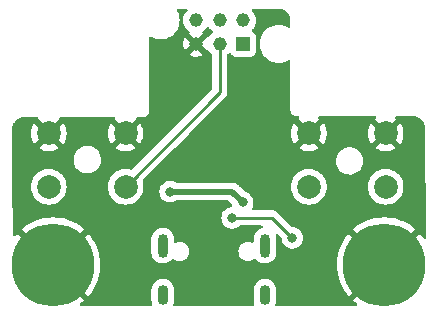
<source format=gbl>
G04 #@! TF.GenerationSoftware,KiCad,Pcbnew,(6.0.10)*
G04 #@! TF.CreationDate,2023-07-05T14:15:12+02:00*
G04 #@! TF.ProjectId,USB-Tag,5553422d-5461-4672-9e6b-696361645f70,rev?*
G04 #@! TF.SameCoordinates,Original*
G04 #@! TF.FileFunction,Copper,L2,Bot*
G04 #@! TF.FilePolarity,Positive*
%FSLAX46Y46*%
G04 Gerber Fmt 4.6, Leading zero omitted, Abs format (unit mm)*
G04 Created by KiCad (PCBNEW (6.0.10)) date 2023-07-05 14:15:12*
%MOMM*%
%LPD*%
G01*
G04 APERTURE LIST*
G04 #@! TA.AperFunction,ComponentPad*
%ADD10O,0.900000X2.000000*%
G04 #@! TD*
G04 #@! TA.AperFunction,ComponentPad*
%ADD11O,0.900000X1.700000*%
G04 #@! TD*
G04 #@! TA.AperFunction,ComponentPad*
%ADD12C,2.000000*%
G04 #@! TD*
G04 #@! TA.AperFunction,ComponentPad*
%ADD13C,0.800000*%
G04 #@! TD*
G04 #@! TA.AperFunction,ComponentPad*
%ADD14C,7.000000*%
G04 #@! TD*
G04 #@! TA.AperFunction,ComponentPad*
%ADD15R,1.150000X1.150000*%
G04 #@! TD*
G04 #@! TA.AperFunction,ComponentPad*
%ADD16C,1.150000*%
G04 #@! TD*
G04 #@! TA.AperFunction,ViaPad*
%ADD17C,0.800000*%
G04 #@! TD*
G04 #@! TA.AperFunction,Conductor*
%ADD18C,0.250000*%
G04 #@! TD*
G04 #@! TA.AperFunction,Conductor*
%ADD19C,0.500000*%
G04 #@! TD*
G04 APERTURE END LIST*
D10*
X138375000Y-103180000D03*
X147025000Y-103180000D03*
D11*
X138375000Y-107350000D03*
X147025000Y-107350000D03*
D12*
X135228400Y-93685800D03*
X128728400Y-93685800D03*
X135228400Y-98185800D03*
X128728400Y-98185800D03*
D13*
X130938955Y-102943845D03*
X127226645Y-102943845D03*
X129082800Y-102175000D03*
X126457800Y-104800000D03*
X129082800Y-107425000D03*
D14*
X129082800Y-104800000D03*
D13*
X130938955Y-106656155D03*
X131707800Y-104800000D03*
X127226645Y-106656155D03*
X157124400Y-102175000D03*
X154499400Y-104800000D03*
X159749400Y-104800000D03*
X158980555Y-102943845D03*
X158980555Y-106656155D03*
X157124400Y-107425000D03*
D14*
X157124400Y-104800000D03*
D13*
X155268245Y-106656155D03*
X155268245Y-102943845D03*
D12*
X150750000Y-93685800D03*
X157250000Y-93685800D03*
X157250000Y-98185800D03*
X150750000Y-98185800D03*
D15*
X145200000Y-86100000D03*
D16*
X145200000Y-84100000D03*
X143200000Y-86100000D03*
X143200000Y-84100000D03*
X141200000Y-86100000D03*
X141200000Y-84100000D03*
D17*
X139000000Y-98600000D03*
X145150000Y-99500000D03*
X144250500Y-100822460D03*
X149347550Y-102527049D03*
X145500000Y-94250000D03*
D18*
X144250500Y-100822460D02*
X147642961Y-100822460D01*
X147642961Y-100822460D02*
X149347550Y-102527049D01*
D19*
X139000000Y-98600000D02*
X144250000Y-98600000D01*
X144250000Y-98600000D02*
X145150000Y-99500000D01*
D18*
X143200000Y-86100000D02*
X143200000Y-90214200D01*
X143200000Y-90214200D02*
X135228400Y-98185800D01*
G04 #@! TA.AperFunction,Conductor*
G36*
X140420524Y-83128502D02*
G01*
X140467017Y-83182158D01*
X140477121Y-83252432D01*
X140447627Y-83317012D01*
X140435481Y-83329231D01*
X140410690Y-83350972D01*
X140407118Y-83355503D01*
X140328777Y-83454878D01*
X140287407Y-83507355D01*
X140194688Y-83683586D01*
X140135637Y-83873763D01*
X140112231Y-84071516D01*
X140125255Y-84270223D01*
X140174272Y-84463229D01*
X140257641Y-84644071D01*
X140260974Y-84648787D01*
X140308709Y-84716330D01*
X140372570Y-84806692D01*
X140515210Y-84945645D01*
X140520014Y-84948855D01*
X140602432Y-85003925D01*
X140647960Y-85058402D01*
X140656808Y-85128845D01*
X140643946Y-85155162D01*
X140640343Y-85175269D01*
X140644513Y-85185303D01*
X141187188Y-85727978D01*
X141201132Y-85735592D01*
X141202965Y-85735461D01*
X141209580Y-85731210D01*
X141752155Y-85188635D01*
X141759769Y-85174691D01*
X141759100Y-85165330D01*
X141742595Y-85121079D01*
X141757686Y-85051705D01*
X141806704Y-85002157D01*
X141811291Y-84999588D01*
X141816330Y-84996766D01*
X141856299Y-84963525D01*
X141965001Y-84873119D01*
X141969433Y-84869433D01*
X142096766Y-84716330D01*
X142098892Y-84712534D01*
X142153598Y-84668013D01*
X142224150Y-84660084D01*
X142287790Y-84691557D01*
X142305270Y-84711465D01*
X142372570Y-84806692D01*
X142515210Y-84945645D01*
X142520014Y-84948855D01*
X142587403Y-84993883D01*
X142632931Y-85048360D01*
X142641779Y-85118803D01*
X142611137Y-85182847D01*
X142581827Y-85206931D01*
X142560406Y-85219675D01*
X142410690Y-85350972D01*
X142407118Y-85355503D01*
X142291549Y-85502101D01*
X142233668Y-85543214D01*
X142162747Y-85546508D01*
X142160589Y-85545237D01*
X142160462Y-85545722D01*
X142127567Y-85537117D01*
X142119442Y-85539768D01*
X141572022Y-86087188D01*
X141564408Y-86101132D01*
X141564539Y-86102965D01*
X141568790Y-86109580D01*
X142111866Y-86652656D01*
X142125810Y-86660270D01*
X142132671Y-86659780D01*
X142181431Y-86641593D01*
X142250805Y-86656684D01*
X142293317Y-86694552D01*
X142311102Y-86719717D01*
X142372570Y-86806692D01*
X142515210Y-86945645D01*
X142519835Y-86948735D01*
X142560146Y-87007091D01*
X142566500Y-87046597D01*
X142566500Y-89899606D01*
X142546498Y-89967727D01*
X142529595Y-89988701D01*
X135806859Y-96711436D01*
X135744547Y-96745462D01*
X135688351Y-96744860D01*
X135635504Y-96732173D01*
X135469924Y-96692420D01*
X135469918Y-96692419D01*
X135465111Y-96691265D01*
X135228400Y-96672635D01*
X134991689Y-96691265D01*
X134986882Y-96692419D01*
X134986876Y-96692420D01*
X134845408Y-96726384D01*
X134760806Y-96746695D01*
X134756235Y-96748588D01*
X134756233Y-96748589D01*
X134546011Y-96835665D01*
X134546007Y-96835667D01*
X134541437Y-96837560D01*
X134537217Y-96840146D01*
X134343198Y-96959041D01*
X134343192Y-96959045D01*
X134338984Y-96961624D01*
X134158431Y-97115831D01*
X134155223Y-97119587D01*
X134137432Y-97140418D01*
X134004224Y-97296384D01*
X134001645Y-97300592D01*
X134001641Y-97300598D01*
X133882746Y-97494617D01*
X133880160Y-97498837D01*
X133878267Y-97503407D01*
X133878265Y-97503411D01*
X133791189Y-97713633D01*
X133789295Y-97718206D01*
X133770040Y-97798409D01*
X133741000Y-97919371D01*
X133733865Y-97949089D01*
X133715235Y-98185800D01*
X133733865Y-98422511D01*
X133789295Y-98653394D01*
X133791188Y-98657965D01*
X133791189Y-98657967D01*
X133858775Y-98821134D01*
X133880160Y-98872763D01*
X133882746Y-98876983D01*
X134001641Y-99071002D01*
X134001645Y-99071008D01*
X134004224Y-99075216D01*
X134158431Y-99255769D01*
X134338984Y-99409976D01*
X134343192Y-99412555D01*
X134343198Y-99412559D01*
X134537217Y-99531454D01*
X134541437Y-99534040D01*
X134546007Y-99535933D01*
X134546011Y-99535935D01*
X134756233Y-99623011D01*
X134760806Y-99624905D01*
X134841009Y-99644160D01*
X134986876Y-99679180D01*
X134986882Y-99679181D01*
X134991689Y-99680335D01*
X135228400Y-99698965D01*
X135465111Y-99680335D01*
X135469918Y-99679181D01*
X135469924Y-99679180D01*
X135615791Y-99644160D01*
X135695994Y-99624905D01*
X135700567Y-99623011D01*
X135910789Y-99535935D01*
X135910793Y-99535933D01*
X135915363Y-99534040D01*
X135919583Y-99531454D01*
X136113602Y-99412559D01*
X136113608Y-99412555D01*
X136117816Y-99409976D01*
X136298369Y-99255769D01*
X136452576Y-99075216D01*
X136455155Y-99071008D01*
X136455159Y-99071002D01*
X136574054Y-98876983D01*
X136576640Y-98872763D01*
X136598026Y-98821134D01*
X136665611Y-98657967D01*
X136665612Y-98657965D01*
X136667505Y-98653394D01*
X136680324Y-98600000D01*
X138086496Y-98600000D01*
X138087186Y-98606565D01*
X138092589Y-98657967D01*
X138106458Y-98789928D01*
X138165473Y-98971556D01*
X138260960Y-99136944D01*
X138388747Y-99278866D01*
X138487843Y-99350864D01*
X138537904Y-99387235D01*
X138543248Y-99391118D01*
X138549276Y-99393802D01*
X138549278Y-99393803D01*
X138711681Y-99466109D01*
X138717712Y-99468794D01*
X138811112Y-99488647D01*
X138898056Y-99507128D01*
X138898061Y-99507128D01*
X138904513Y-99508500D01*
X139095487Y-99508500D01*
X139101939Y-99507128D01*
X139101944Y-99507128D01*
X139188888Y-99488647D01*
X139282288Y-99468794D01*
X139288319Y-99466109D01*
X139450722Y-99393803D01*
X139450724Y-99393802D01*
X139456752Y-99391118D01*
X139462091Y-99387239D01*
X139462098Y-99387235D01*
X139468528Y-99382563D01*
X139542587Y-99358500D01*
X143883629Y-99358500D01*
X143951750Y-99378502D01*
X143972724Y-99395405D01*
X144229875Y-99652556D01*
X144260612Y-99702712D01*
X144275660Y-99749025D01*
X144277688Y-99819991D01*
X144241026Y-99880789D01*
X144177314Y-99912114D01*
X144168143Y-99912902D01*
X144168182Y-99913270D01*
X144161615Y-99913960D01*
X144155013Y-99913960D01*
X144148561Y-99915332D01*
X144148556Y-99915332D01*
X144061613Y-99933813D01*
X143968212Y-99953666D01*
X143962182Y-99956351D01*
X143962181Y-99956351D01*
X143799778Y-100028657D01*
X143799776Y-100028658D01*
X143793748Y-100031342D01*
X143788407Y-100035222D01*
X143788406Y-100035223D01*
X143774911Y-100045028D01*
X143639247Y-100143594D01*
X143634826Y-100148504D01*
X143634825Y-100148505D01*
X143525703Y-100269698D01*
X143511460Y-100285516D01*
X143415973Y-100450904D01*
X143356958Y-100632532D01*
X143336996Y-100822460D01*
X143356958Y-101012388D01*
X143415973Y-101194016D01*
X143511460Y-101359404D01*
X143515878Y-101364311D01*
X143515879Y-101364312D01*
X143587644Y-101444015D01*
X143639247Y-101501326D01*
X143738343Y-101573324D01*
X143773060Y-101598547D01*
X143793748Y-101613578D01*
X143799776Y-101616262D01*
X143799778Y-101616263D01*
X143941830Y-101679508D01*
X143968212Y-101691254D01*
X144057002Y-101710127D01*
X144148556Y-101729588D01*
X144148561Y-101729588D01*
X144155013Y-101730960D01*
X144345987Y-101730960D01*
X144352439Y-101729588D01*
X144352444Y-101729588D01*
X144443998Y-101710127D01*
X144532788Y-101691254D01*
X144559170Y-101679508D01*
X144701222Y-101616263D01*
X144701224Y-101616262D01*
X144707252Y-101613578D01*
X144727941Y-101598547D01*
X144840171Y-101517006D01*
X144861753Y-101501326D01*
X144866168Y-101496423D01*
X144871080Y-101492000D01*
X144872205Y-101493249D01*
X144925514Y-101460409D01*
X144958700Y-101455960D01*
X146732693Y-101455960D01*
X146800814Y-101475962D01*
X146847307Y-101529618D01*
X146857411Y-101599892D01*
X146827917Y-101664472D01*
X146776201Y-101700210D01*
X146608640Y-101761860D01*
X146608635Y-101761862D01*
X146602654Y-101764063D01*
X146437160Y-101866674D01*
X146432527Y-101871055D01*
X146432526Y-101871056D01*
X146300588Y-101995823D01*
X146295678Y-102000466D01*
X146183989Y-102159975D01*
X146181452Y-102165838D01*
X146124434Y-102297600D01*
X146106655Y-102338684D01*
X146105350Y-102344931D01*
X146105349Y-102344934D01*
X146070631Y-102511124D01*
X146066835Y-102529293D01*
X146066500Y-102535685D01*
X146066500Y-102803050D01*
X146046498Y-102871171D01*
X145992842Y-102917664D01*
X145922568Y-102927768D01*
X145897409Y-102921452D01*
X145781315Y-102879197D01*
X145641231Y-102861500D01*
X145544390Y-102861500D01*
X145409745Y-102876603D01*
X145403092Y-102878920D01*
X145403091Y-102878920D01*
X145245106Y-102933936D01*
X145245103Y-102933938D01*
X145238448Y-102936255D01*
X145232469Y-102939991D01*
X145224367Y-102945054D01*
X145084624Y-103032374D01*
X145079628Y-103037335D01*
X145079627Y-103037336D01*
X144960915Y-103155222D01*
X144960912Y-103155226D01*
X144955918Y-103160185D01*
X144952144Y-103166131D01*
X144952143Y-103166133D01*
X144926897Y-103205915D01*
X144858727Y-103313334D01*
X144856362Y-103319976D01*
X144800243Y-103477575D01*
X144800242Y-103477580D01*
X144797881Y-103484210D01*
X144797048Y-103491198D01*
X144797047Y-103491201D01*
X144785312Y-103589615D01*
X144776404Y-103664320D01*
X144795364Y-103844712D01*
X144853818Y-104016421D01*
X144948862Y-104170912D01*
X144953793Y-104175947D01*
X144953795Y-104175950D01*
X145070843Y-104295475D01*
X145075771Y-104300507D01*
X145228238Y-104398765D01*
X145234858Y-104401174D01*
X145234861Y-104401176D01*
X145392066Y-104458394D01*
X145398685Y-104460803D01*
X145538769Y-104478500D01*
X145635610Y-104478500D01*
X145770255Y-104463397D01*
X145784622Y-104458394D01*
X145934894Y-104406064D01*
X145934897Y-104406062D01*
X145941552Y-104403745D01*
X145949522Y-104398765D01*
X146089396Y-104311363D01*
X146089398Y-104311362D01*
X146095376Y-104307626D01*
X146097813Y-104305206D01*
X146162299Y-104279107D01*
X146232063Y-104292279D01*
X146270418Y-104322492D01*
X146337859Y-104401176D01*
X146360591Y-104427698D01*
X146365633Y-104431609D01*
X146365634Y-104431610D01*
X146425578Y-104478107D01*
X146514453Y-104547046D01*
X146520176Y-104549862D01*
X146520179Y-104549864D01*
X146683444Y-104630200D01*
X146689171Y-104633018D01*
X146695349Y-104634627D01*
X146695351Y-104634628D01*
X146871425Y-104680492D01*
X146871428Y-104680492D01*
X146877607Y-104682102D01*
X146961597Y-104686504D01*
X147065683Y-104691959D01*
X147065687Y-104691959D01*
X147072064Y-104692293D01*
X147227413Y-104668799D01*
X147258285Y-104664130D01*
X147258286Y-104664130D01*
X147264599Y-104663175D01*
X147270585Y-104660972D01*
X147270591Y-104660971D01*
X147441360Y-104598140D01*
X147441365Y-104598138D01*
X147447346Y-104595937D01*
X147612840Y-104493326D01*
X147646940Y-104461080D01*
X147749685Y-104363919D01*
X147754322Y-104359534D01*
X147788055Y-104311359D01*
X147862346Y-104205259D01*
X147866011Y-104200025D01*
X147907802Y-104103451D01*
X147940810Y-104027175D01*
X147940811Y-104027171D01*
X147943345Y-104021316D01*
X147944651Y-104015066D01*
X147982176Y-103835443D01*
X147982177Y-103835438D01*
X147983165Y-103830707D01*
X147983500Y-103824315D01*
X147983500Y-102581337D01*
X147968765Y-102436273D01*
X147943205Y-102354710D01*
X147941922Y-102283726D01*
X147979219Y-102223316D01*
X148043256Y-102192660D01*
X148113702Y-102201492D01*
X148152531Y-102227934D01*
X148400430Y-102475834D01*
X148434454Y-102538144D01*
X148436643Y-102551755D01*
X148454008Y-102716977D01*
X148513023Y-102898605D01*
X148516326Y-102904327D01*
X148516327Y-102904328D01*
X148529860Y-102927768D01*
X148608510Y-103063993D01*
X148612928Y-103068900D01*
X148612929Y-103068901D01*
X148731875Y-103201004D01*
X148736297Y-103205915D01*
X148890798Y-103318167D01*
X148896826Y-103320851D01*
X148896828Y-103320852D01*
X149059231Y-103393158D01*
X149065262Y-103395843D01*
X149158662Y-103415696D01*
X149245606Y-103434177D01*
X149245611Y-103434177D01*
X149252063Y-103435549D01*
X149443037Y-103435549D01*
X149449489Y-103434177D01*
X149449494Y-103434177D01*
X149536438Y-103415696D01*
X149629838Y-103395843D01*
X149635869Y-103393158D01*
X149798272Y-103320852D01*
X149798274Y-103320851D01*
X149804302Y-103318167D01*
X149958803Y-103205915D01*
X149963225Y-103201004D01*
X150082171Y-103068901D01*
X150082172Y-103068900D01*
X150086590Y-103063993D01*
X150165240Y-102927768D01*
X150178773Y-102904328D01*
X150178774Y-102904327D01*
X150182077Y-102898605D01*
X150241092Y-102716977D01*
X150255820Y-102576853D01*
X150260364Y-102533614D01*
X150261054Y-102527049D01*
X150255330Y-102472591D01*
X150241782Y-102343684D01*
X150241782Y-102343682D01*
X150241092Y-102337121D01*
X150182077Y-102155493D01*
X150086590Y-101990105D01*
X149958803Y-101848183D01*
X149883283Y-101793314D01*
X154480734Y-101793314D01*
X154486484Y-101802874D01*
X157111588Y-104427978D01*
X157125532Y-104435592D01*
X157127365Y-104435461D01*
X157133980Y-104431210D01*
X159760863Y-101804327D01*
X159768477Y-101790383D01*
X159768455Y-101790072D01*
X159762604Y-101781406D01*
X159684543Y-101710127D01*
X159679816Y-101706217D01*
X159370819Y-101475059D01*
X159365713Y-101471614D01*
X159035635Y-101271711D01*
X159030222Y-101268784D01*
X158682208Y-101102044D01*
X158676541Y-101099662D01*
X158313926Y-100967682D01*
X158308038Y-100965860D01*
X157934276Y-100869893D01*
X157928254Y-100868657D01*
X157546885Y-100809618D01*
X157540797Y-100808978D01*
X157155485Y-100787436D01*
X157149333Y-100787393D01*
X156763787Y-100803552D01*
X156757661Y-100804109D01*
X156375523Y-100857815D01*
X156369470Y-100858970D01*
X155994400Y-100949709D01*
X155988503Y-100951445D01*
X155624081Y-101078350D01*
X155618368Y-101080658D01*
X155268067Y-101242519D01*
X155262613Y-101245371D01*
X154929776Y-101440646D01*
X154924628Y-101444015D01*
X154612425Y-101670843D01*
X154607647Y-101674684D01*
X154489111Y-101779926D01*
X154480734Y-101793314D01*
X149883283Y-101793314D01*
X149804302Y-101735931D01*
X149798274Y-101733247D01*
X149798272Y-101733246D01*
X149635869Y-101660940D01*
X149635868Y-101660940D01*
X149629838Y-101658255D01*
X149536437Y-101638402D01*
X149449494Y-101619921D01*
X149449489Y-101619921D01*
X149443037Y-101618549D01*
X149387144Y-101618549D01*
X149319023Y-101598547D01*
X149298049Y-101581644D01*
X148735072Y-101018666D01*
X148146613Y-100430207D01*
X148139073Y-100421921D01*
X148134961Y-100415442D01*
X148085309Y-100368816D01*
X148082468Y-100366062D01*
X148062731Y-100346325D01*
X148059534Y-100343845D01*
X148050512Y-100336140D01*
X148024061Y-100311301D01*
X148018282Y-100305874D01*
X148011336Y-100302055D01*
X148011333Y-100302053D01*
X148000527Y-100296112D01*
X147984008Y-100285261D01*
X147978009Y-100280608D01*
X147968002Y-100272846D01*
X147960733Y-100269701D01*
X147960729Y-100269698D01*
X147927424Y-100255286D01*
X147916774Y-100250069D01*
X147878021Y-100228765D01*
X147858398Y-100223727D01*
X147839695Y-100217323D01*
X147828381Y-100212427D01*
X147828380Y-100212427D01*
X147821106Y-100209279D01*
X147813283Y-100208040D01*
X147813273Y-100208037D01*
X147777437Y-100202361D01*
X147765817Y-100199955D01*
X147730672Y-100190932D01*
X147730671Y-100190932D01*
X147722991Y-100188960D01*
X147702737Y-100188960D01*
X147683026Y-100187409D01*
X147670847Y-100185480D01*
X147663018Y-100184240D01*
X147655126Y-100184986D01*
X147619000Y-100188401D01*
X147607142Y-100188960D01*
X146019512Y-100188960D01*
X145951391Y-100168958D01*
X145904898Y-100115302D01*
X145894794Y-100045028D01*
X145910393Y-99999960D01*
X145981223Y-99877279D01*
X145981224Y-99877278D01*
X145984527Y-99871556D01*
X146043542Y-99689928D01*
X146044510Y-99680723D01*
X146062814Y-99506565D01*
X146063504Y-99500000D01*
X146043542Y-99310072D01*
X145984527Y-99128444D01*
X145889040Y-98963056D01*
X145803622Y-98868189D01*
X145765675Y-98826045D01*
X145765674Y-98826044D01*
X145761253Y-98821134D01*
X145606752Y-98708882D01*
X145600724Y-98706198D01*
X145600722Y-98706197D01*
X145438319Y-98633891D01*
X145438318Y-98633891D01*
X145432288Y-98631206D01*
X145425833Y-98629834D01*
X145425824Y-98629831D01*
X145369228Y-98617801D01*
X145306331Y-98583650D01*
X144908481Y-98185800D01*
X149236835Y-98185800D01*
X149255465Y-98422511D01*
X149310895Y-98653394D01*
X149312788Y-98657965D01*
X149312789Y-98657967D01*
X149380375Y-98821134D01*
X149401760Y-98872763D01*
X149404346Y-98876983D01*
X149523241Y-99071002D01*
X149523245Y-99071008D01*
X149525824Y-99075216D01*
X149680031Y-99255769D01*
X149860584Y-99409976D01*
X149864792Y-99412555D01*
X149864798Y-99412559D01*
X150058817Y-99531454D01*
X150063037Y-99534040D01*
X150067607Y-99535933D01*
X150067611Y-99535935D01*
X150277833Y-99623011D01*
X150282406Y-99624905D01*
X150362609Y-99644160D01*
X150508476Y-99679180D01*
X150508482Y-99679181D01*
X150513289Y-99680335D01*
X150750000Y-99698965D01*
X150986711Y-99680335D01*
X150991518Y-99679181D01*
X150991524Y-99679180D01*
X151137391Y-99644160D01*
X151217594Y-99624905D01*
X151222167Y-99623011D01*
X151432389Y-99535935D01*
X151432393Y-99535933D01*
X151436963Y-99534040D01*
X151441183Y-99531454D01*
X151635202Y-99412559D01*
X151635208Y-99412555D01*
X151639416Y-99409976D01*
X151819969Y-99255769D01*
X151974176Y-99075216D01*
X151976755Y-99071008D01*
X151976759Y-99071002D01*
X152095654Y-98876983D01*
X152098240Y-98872763D01*
X152119626Y-98821134D01*
X152187211Y-98657967D01*
X152187212Y-98657965D01*
X152189105Y-98653394D01*
X152244535Y-98422511D01*
X152263165Y-98185800D01*
X155736835Y-98185800D01*
X155755465Y-98422511D01*
X155810895Y-98653394D01*
X155812788Y-98657965D01*
X155812789Y-98657967D01*
X155880375Y-98821134D01*
X155901760Y-98872763D01*
X155904346Y-98876983D01*
X156023241Y-99071002D01*
X156023245Y-99071008D01*
X156025824Y-99075216D01*
X156180031Y-99255769D01*
X156360584Y-99409976D01*
X156364792Y-99412555D01*
X156364798Y-99412559D01*
X156558817Y-99531454D01*
X156563037Y-99534040D01*
X156567607Y-99535933D01*
X156567611Y-99535935D01*
X156777833Y-99623011D01*
X156782406Y-99624905D01*
X156862609Y-99644160D01*
X157008476Y-99679180D01*
X157008482Y-99679181D01*
X157013289Y-99680335D01*
X157250000Y-99698965D01*
X157486711Y-99680335D01*
X157491518Y-99679181D01*
X157491524Y-99679180D01*
X157637391Y-99644160D01*
X157717594Y-99624905D01*
X157722167Y-99623011D01*
X157932389Y-99535935D01*
X157932393Y-99535933D01*
X157936963Y-99534040D01*
X157941183Y-99531454D01*
X158135202Y-99412559D01*
X158135208Y-99412555D01*
X158139416Y-99409976D01*
X158319969Y-99255769D01*
X158474176Y-99075216D01*
X158476755Y-99071008D01*
X158476759Y-99071002D01*
X158595654Y-98876983D01*
X158598240Y-98872763D01*
X158619626Y-98821134D01*
X158687211Y-98657967D01*
X158687212Y-98657965D01*
X158689105Y-98653394D01*
X158744535Y-98422511D01*
X158763165Y-98185800D01*
X158744535Y-97949089D01*
X158737401Y-97919371D01*
X158708360Y-97798409D01*
X158689105Y-97718206D01*
X158687211Y-97713633D01*
X158600135Y-97503411D01*
X158600133Y-97503407D01*
X158598240Y-97498837D01*
X158595654Y-97494617D01*
X158476759Y-97300598D01*
X158476755Y-97300592D01*
X158474176Y-97296384D01*
X158340968Y-97140418D01*
X158323177Y-97119587D01*
X158319969Y-97115831D01*
X158139416Y-96961624D01*
X158135208Y-96959045D01*
X158135202Y-96959041D01*
X157941183Y-96840146D01*
X157936963Y-96837560D01*
X157932393Y-96835667D01*
X157932389Y-96835665D01*
X157722167Y-96748589D01*
X157722165Y-96748588D01*
X157717594Y-96746695D01*
X157632992Y-96726384D01*
X157491524Y-96692420D01*
X157491518Y-96692419D01*
X157486711Y-96691265D01*
X157250000Y-96672635D01*
X157013289Y-96691265D01*
X157008482Y-96692419D01*
X157008476Y-96692420D01*
X156867008Y-96726384D01*
X156782406Y-96746695D01*
X156777835Y-96748588D01*
X156777833Y-96748589D01*
X156567611Y-96835665D01*
X156567607Y-96835667D01*
X156563037Y-96837560D01*
X156558817Y-96840146D01*
X156364798Y-96959041D01*
X156364792Y-96959045D01*
X156360584Y-96961624D01*
X156180031Y-97115831D01*
X156176823Y-97119587D01*
X156159032Y-97140418D01*
X156025824Y-97296384D01*
X156023245Y-97300592D01*
X156023241Y-97300598D01*
X155904346Y-97494617D01*
X155901760Y-97498837D01*
X155899867Y-97503407D01*
X155899865Y-97503411D01*
X155812789Y-97713633D01*
X155810895Y-97718206D01*
X155791640Y-97798409D01*
X155762600Y-97919371D01*
X155755465Y-97949089D01*
X155736835Y-98185800D01*
X152263165Y-98185800D01*
X152244535Y-97949089D01*
X152237401Y-97919371D01*
X152208360Y-97798409D01*
X152189105Y-97718206D01*
X152187211Y-97713633D01*
X152100135Y-97503411D01*
X152100133Y-97503407D01*
X152098240Y-97498837D01*
X152095654Y-97494617D01*
X151976759Y-97300598D01*
X151976755Y-97300592D01*
X151974176Y-97296384D01*
X151840968Y-97140418D01*
X151823177Y-97119587D01*
X151819969Y-97115831D01*
X151639416Y-96961624D01*
X151635208Y-96959045D01*
X151635202Y-96959041D01*
X151441183Y-96840146D01*
X151436963Y-96837560D01*
X151432393Y-96835667D01*
X151432389Y-96835665D01*
X151222167Y-96748589D01*
X151222165Y-96748588D01*
X151217594Y-96746695D01*
X151132992Y-96726384D01*
X150991524Y-96692420D01*
X150991518Y-96692419D01*
X150986711Y-96691265D01*
X150750000Y-96672635D01*
X150513289Y-96691265D01*
X150508482Y-96692419D01*
X150508476Y-96692420D01*
X150367008Y-96726384D01*
X150282406Y-96746695D01*
X150277835Y-96748588D01*
X150277833Y-96748589D01*
X150067611Y-96835665D01*
X150067607Y-96835667D01*
X150063037Y-96837560D01*
X150058817Y-96840146D01*
X149864798Y-96959041D01*
X149864792Y-96959045D01*
X149860584Y-96961624D01*
X149680031Y-97115831D01*
X149676823Y-97119587D01*
X149659032Y-97140418D01*
X149525824Y-97296384D01*
X149523245Y-97300592D01*
X149523241Y-97300598D01*
X149404346Y-97494617D01*
X149401760Y-97498837D01*
X149399867Y-97503407D01*
X149399865Y-97503411D01*
X149312789Y-97713633D01*
X149310895Y-97718206D01*
X149291640Y-97798409D01*
X149262600Y-97919371D01*
X149255465Y-97949089D01*
X149236835Y-98185800D01*
X144908481Y-98185800D01*
X144833770Y-98111089D01*
X144821384Y-98096677D01*
X144812851Y-98085082D01*
X144812846Y-98085077D01*
X144808508Y-98079182D01*
X144802930Y-98074443D01*
X144802927Y-98074440D01*
X144768232Y-98044965D01*
X144760716Y-98038035D01*
X144755021Y-98032340D01*
X144748880Y-98027482D01*
X144732749Y-98014719D01*
X144729345Y-98011928D01*
X144679297Y-97969409D01*
X144679295Y-97969408D01*
X144673715Y-97964667D01*
X144667199Y-97961339D01*
X144662150Y-97957972D01*
X144657021Y-97954805D01*
X144651284Y-97950266D01*
X144585125Y-97919345D01*
X144581225Y-97917439D01*
X144580857Y-97917251D01*
X144516192Y-97884231D01*
X144509084Y-97882492D01*
X144503441Y-97880393D01*
X144497678Y-97878476D01*
X144491050Y-97875378D01*
X144419583Y-97860513D01*
X144415299Y-97859543D01*
X144344390Y-97842192D01*
X144338788Y-97841844D01*
X144338785Y-97841844D01*
X144333236Y-97841500D01*
X144333238Y-97841464D01*
X144329245Y-97841225D01*
X144325053Y-97840851D01*
X144317885Y-97839360D01*
X144251675Y-97841151D01*
X144240479Y-97841454D01*
X144237072Y-97841500D01*
X139542587Y-97841500D01*
X139468528Y-97817437D01*
X139462098Y-97812765D01*
X139462091Y-97812761D01*
X139456752Y-97808882D01*
X139450724Y-97806198D01*
X139450722Y-97806197D01*
X139288319Y-97733891D01*
X139288318Y-97733891D01*
X139282288Y-97731206D01*
X139188887Y-97711353D01*
X139101944Y-97692872D01*
X139101939Y-97692872D01*
X139095487Y-97691500D01*
X138904513Y-97691500D01*
X138898061Y-97692872D01*
X138898056Y-97692872D01*
X138811113Y-97711353D01*
X138717712Y-97731206D01*
X138711682Y-97733891D01*
X138711681Y-97733891D01*
X138549278Y-97806197D01*
X138549276Y-97806198D01*
X138543248Y-97808882D01*
X138537907Y-97812762D01*
X138537906Y-97812763D01*
X138531473Y-97817437D01*
X138388747Y-97921134D01*
X138384326Y-97926044D01*
X138384325Y-97926045D01*
X138280229Y-98041656D01*
X138260960Y-98063056D01*
X138165473Y-98228444D01*
X138106458Y-98410072D01*
X138105768Y-98416633D01*
X138105768Y-98416635D01*
X138104645Y-98427324D01*
X138086496Y-98600000D01*
X136680324Y-98600000D01*
X136722935Y-98422511D01*
X136741565Y-98185800D01*
X136722935Y-97949089D01*
X136715801Y-97919371D01*
X136669340Y-97725849D01*
X136672887Y-97654941D01*
X136702764Y-97607340D01*
X138340561Y-95969544D01*
X153036936Y-95969544D01*
X153038932Y-96000000D01*
X153050861Y-96182006D01*
X153052283Y-96187604D01*
X153052283Y-96187606D01*
X153075006Y-96277075D01*
X153103272Y-96388372D01*
X153105689Y-96393615D01*
X153142389Y-96473223D01*
X153192411Y-96581731D01*
X153315296Y-96755609D01*
X153467809Y-96904181D01*
X153472605Y-96907386D01*
X153472608Y-96907388D01*
X153558430Y-96964732D01*
X153644843Y-97022471D01*
X153650146Y-97024749D01*
X153650149Y-97024751D01*
X153736544Y-97061869D01*
X153840470Y-97106519D01*
X153881624Y-97115831D01*
X154042501Y-97152234D01*
X154042506Y-97152235D01*
X154048138Y-97153509D01*
X154053909Y-97153736D01*
X154053911Y-97153736D01*
X154115252Y-97156146D01*
X154260891Y-97161869D01*
X154266600Y-97161041D01*
X154266604Y-97161041D01*
X154465890Y-97132145D01*
X154465894Y-97132144D01*
X154471605Y-97131316D01*
X154673223Y-97062876D01*
X154858993Y-96958840D01*
X155022693Y-96822693D01*
X155158840Y-96658993D01*
X155262876Y-96473223D01*
X155331316Y-96271605D01*
X155346645Y-96165890D01*
X155361337Y-96064561D01*
X155361337Y-96064559D01*
X155361869Y-96060891D01*
X155363463Y-96000000D01*
X155350461Y-95858500D01*
X155344510Y-95793730D01*
X155344509Y-95793727D01*
X155343981Y-95787976D01*
X155308971Y-95663841D01*
X155287754Y-95588611D01*
X155287753Y-95588609D01*
X155286186Y-95583052D01*
X155236872Y-95483052D01*
X155194570Y-95397273D01*
X155192015Y-95392092D01*
X155064622Y-95221491D01*
X154908271Y-95076963D01*
X154728201Y-94963347D01*
X154615716Y-94918470D01*
X156382160Y-94918470D01*
X156387887Y-94926120D01*
X156559042Y-95031005D01*
X156567837Y-95035487D01*
X156777988Y-95122534D01*
X156787373Y-95125583D01*
X157008554Y-95178685D01*
X157018301Y-95180228D01*
X157245070Y-95198075D01*
X157254930Y-95198075D01*
X157481699Y-95180228D01*
X157491446Y-95178685D01*
X157712627Y-95125583D01*
X157722012Y-95122534D01*
X157932163Y-95035487D01*
X157940958Y-95031005D01*
X158108445Y-94928368D01*
X158117907Y-94917910D01*
X158114124Y-94909134D01*
X157262812Y-94057822D01*
X157248868Y-94050208D01*
X157247035Y-94050339D01*
X157240420Y-94054590D01*
X156388920Y-94906090D01*
X156382160Y-94918470D01*
X154615716Y-94918470D01*
X154530441Y-94884449D01*
X154524781Y-94883323D01*
X154524777Y-94883322D01*
X154327282Y-94844038D01*
X154327280Y-94844038D01*
X154321615Y-94842911D01*
X154315840Y-94842835D01*
X154315836Y-94842835D01*
X154209161Y-94841439D01*
X154108716Y-94840124D01*
X154103019Y-94841103D01*
X154103018Y-94841103D01*
X153904564Y-94875203D01*
X153904561Y-94875204D01*
X153898874Y-94876181D01*
X153699116Y-94949875D01*
X153516134Y-95058739D01*
X153356054Y-95199125D01*
X153224238Y-95366333D01*
X153221549Y-95371444D01*
X153221547Y-95371447D01*
X153180406Y-95449644D01*
X153125100Y-95554762D01*
X153123386Y-95560283D01*
X153123384Y-95560287D01*
X153094727Y-95652579D01*
X153061961Y-95758102D01*
X153036936Y-95969544D01*
X138340561Y-95969544D01*
X139391635Y-94918470D01*
X149882160Y-94918470D01*
X149887887Y-94926120D01*
X150059042Y-95031005D01*
X150067837Y-95035487D01*
X150277988Y-95122534D01*
X150287373Y-95125583D01*
X150508554Y-95178685D01*
X150518301Y-95180228D01*
X150745070Y-95198075D01*
X150754930Y-95198075D01*
X150981699Y-95180228D01*
X150991446Y-95178685D01*
X151212627Y-95125583D01*
X151222012Y-95122534D01*
X151432163Y-95035487D01*
X151440958Y-95031005D01*
X151608445Y-94928368D01*
X151617907Y-94917910D01*
X151614124Y-94909134D01*
X150762812Y-94057822D01*
X150748868Y-94050208D01*
X150747035Y-94050339D01*
X150740420Y-94054590D01*
X149888920Y-94906090D01*
X149882160Y-94918470D01*
X139391635Y-94918470D01*
X140619375Y-93690730D01*
X149237725Y-93690730D01*
X149255572Y-93917499D01*
X149257115Y-93927246D01*
X149310217Y-94148427D01*
X149313266Y-94157812D01*
X149400313Y-94367963D01*
X149404795Y-94376758D01*
X149507432Y-94544245D01*
X149517890Y-94553707D01*
X149526666Y-94549924D01*
X150377978Y-93698612D01*
X150384356Y-93686932D01*
X151114408Y-93686932D01*
X151114539Y-93688765D01*
X151118790Y-93695380D01*
X151970290Y-94546880D01*
X151982670Y-94553640D01*
X151990320Y-94547913D01*
X152095205Y-94376758D01*
X152099687Y-94367963D01*
X152186734Y-94157812D01*
X152189783Y-94148427D01*
X152242885Y-93927246D01*
X152244428Y-93917499D01*
X152262275Y-93690730D01*
X155737725Y-93690730D01*
X155755572Y-93917499D01*
X155757115Y-93927246D01*
X155810217Y-94148427D01*
X155813266Y-94157812D01*
X155900313Y-94367963D01*
X155904795Y-94376758D01*
X156007432Y-94544245D01*
X156017890Y-94553707D01*
X156026666Y-94549924D01*
X156877978Y-93698612D01*
X156884356Y-93686932D01*
X157614408Y-93686932D01*
X157614539Y-93688765D01*
X157618790Y-93695380D01*
X158470290Y-94546880D01*
X158482670Y-94553640D01*
X158490320Y-94547913D01*
X158595205Y-94376758D01*
X158599687Y-94367963D01*
X158686734Y-94157812D01*
X158689783Y-94148427D01*
X158742885Y-93927246D01*
X158744428Y-93917499D01*
X158762275Y-93690730D01*
X158762275Y-93680870D01*
X158744428Y-93454101D01*
X158742885Y-93444354D01*
X158689783Y-93223173D01*
X158686734Y-93213788D01*
X158599687Y-93003637D01*
X158595205Y-92994842D01*
X158492568Y-92827355D01*
X158482110Y-92817893D01*
X158473334Y-92821676D01*
X157622022Y-93672988D01*
X157614408Y-93686932D01*
X156884356Y-93686932D01*
X156885592Y-93684668D01*
X156885461Y-93682835D01*
X156881210Y-93676220D01*
X156029710Y-92824720D01*
X156017330Y-92817960D01*
X156009680Y-92823687D01*
X155904795Y-92994842D01*
X155900313Y-93003637D01*
X155813266Y-93213788D01*
X155810217Y-93223173D01*
X155757115Y-93444354D01*
X155755572Y-93454101D01*
X155737725Y-93680870D01*
X155737725Y-93690730D01*
X152262275Y-93690730D01*
X152262275Y-93680870D01*
X152244428Y-93454101D01*
X152242885Y-93444354D01*
X152189783Y-93223173D01*
X152186734Y-93213788D01*
X152099687Y-93003637D01*
X152095205Y-92994842D01*
X151992568Y-92827355D01*
X151982110Y-92817893D01*
X151973334Y-92821676D01*
X151122022Y-93672988D01*
X151114408Y-93686932D01*
X150384356Y-93686932D01*
X150385592Y-93684668D01*
X150385461Y-93682835D01*
X150381210Y-93676220D01*
X149529710Y-92824720D01*
X149517330Y-92817960D01*
X149509680Y-92823687D01*
X149404795Y-92994842D01*
X149400313Y-93003637D01*
X149313266Y-93213788D01*
X149310217Y-93223173D01*
X149257115Y-93444354D01*
X149255572Y-93454101D01*
X149237725Y-93680870D01*
X149237725Y-93690730D01*
X140619375Y-93690730D01*
X143592253Y-90717852D01*
X143600539Y-90710312D01*
X143607018Y-90706200D01*
X143653644Y-90656548D01*
X143656398Y-90653707D01*
X143676135Y-90633970D01*
X143678615Y-90630773D01*
X143686320Y-90621751D01*
X143711159Y-90595300D01*
X143716586Y-90589521D01*
X143720405Y-90582575D01*
X143720407Y-90582572D01*
X143726348Y-90571766D01*
X143737199Y-90555247D01*
X143744758Y-90545501D01*
X143749614Y-90539241D01*
X143752759Y-90531972D01*
X143752762Y-90531968D01*
X143767174Y-90498663D01*
X143772391Y-90488013D01*
X143793695Y-90449260D01*
X143798733Y-90429637D01*
X143805137Y-90410934D01*
X143810033Y-90399620D01*
X143810033Y-90399619D01*
X143813181Y-90392345D01*
X143814420Y-90384522D01*
X143814423Y-90384512D01*
X143820099Y-90348676D01*
X143822505Y-90337056D01*
X143831528Y-90301911D01*
X143831528Y-90301910D01*
X143833500Y-90294230D01*
X143833500Y-90273976D01*
X143835051Y-90254265D01*
X143836980Y-90242086D01*
X143838220Y-90234257D01*
X143834059Y-90190238D01*
X143833500Y-90178381D01*
X143833500Y-87041577D01*
X143853502Y-86973456D01*
X143878931Y-86944703D01*
X143964995Y-86873125D01*
X143965001Y-86873119D01*
X143966054Y-86872243D01*
X143966058Y-86872241D01*
X143969433Y-86869434D01*
X143969984Y-86870097D01*
X144027976Y-86838430D01*
X144098791Y-86843495D01*
X144155627Y-86886042D01*
X144166392Y-86905716D01*
X144166923Y-86905425D01*
X144171233Y-86913297D01*
X144174385Y-86921705D01*
X144261739Y-87038261D01*
X144378295Y-87125615D01*
X144514684Y-87176745D01*
X144576866Y-87183500D01*
X145823134Y-87183500D01*
X145885316Y-87176745D01*
X146021705Y-87125615D01*
X146138261Y-87038261D01*
X146225615Y-86921705D01*
X146276745Y-86785316D01*
X146283500Y-86723134D01*
X146283500Y-85476866D01*
X146276745Y-85414684D01*
X146225615Y-85278295D01*
X146138261Y-85161739D01*
X146021705Y-85074385D01*
X146013297Y-85071233D01*
X146005425Y-85066923D01*
X146006634Y-85064715D01*
X145960549Y-85030089D01*
X145935856Y-84963525D01*
X145951071Y-84894178D01*
X145969554Y-84869534D01*
X145969433Y-84869433D01*
X146028940Y-84797883D01*
X146093077Y-84720766D01*
X146093079Y-84720764D01*
X146096766Y-84716330D01*
X146125529Y-84664970D01*
X146191244Y-84547628D01*
X146191244Y-84547627D01*
X146194067Y-84542587D01*
X146258077Y-84354022D01*
X146271064Y-84264455D01*
X146286118Y-84160623D01*
X146286651Y-84156949D01*
X146288142Y-84100000D01*
X146269921Y-83901702D01*
X146263660Y-83879500D01*
X146217436Y-83715604D01*
X146217435Y-83715602D01*
X146215868Y-83710045D01*
X146213314Y-83704865D01*
X146130349Y-83536627D01*
X146130346Y-83536623D01*
X146127794Y-83531447D01*
X146106502Y-83502933D01*
X146012100Y-83376515D01*
X146008647Y-83371891D01*
X145960111Y-83327024D01*
X145923666Y-83266097D01*
X145925947Y-83195137D01*
X145966229Y-83136674D01*
X146031724Y-83109271D01*
X146045640Y-83108500D01*
X148150633Y-83108500D01*
X148170018Y-83110000D01*
X148184851Y-83112310D01*
X148184855Y-83112310D01*
X148193724Y-83113691D01*
X148206397Y-83112034D01*
X148233707Y-83111449D01*
X148361194Y-83122603D01*
X148382817Y-83126415D01*
X148528466Y-83165442D01*
X148549104Y-83172954D01*
X148685760Y-83236678D01*
X148704780Y-83247660D01*
X148828297Y-83334147D01*
X148845122Y-83348265D01*
X148951735Y-83454878D01*
X148965853Y-83471703D01*
X149052340Y-83595220D01*
X149063322Y-83614240D01*
X149127046Y-83750896D01*
X149134557Y-83771534D01*
X149173583Y-83917178D01*
X149177397Y-83938806D01*
X149182344Y-83995341D01*
X149187947Y-84059393D01*
X149187393Y-84075871D01*
X149187800Y-84075876D01*
X149187690Y-84084853D01*
X149186309Y-84093724D01*
X149187473Y-84102626D01*
X149187473Y-84102628D01*
X149190436Y-84125283D01*
X149191500Y-84141621D01*
X149191500Y-84596109D01*
X149171498Y-84664230D01*
X149117842Y-84710723D01*
X149047568Y-84720827D01*
X148999665Y-84703541D01*
X148936732Y-84664975D01*
X148936721Y-84664969D01*
X148932502Y-84662384D01*
X148927932Y-84660491D01*
X148927928Y-84660489D01*
X148703164Y-84567389D01*
X148703162Y-84567388D01*
X148698591Y-84565495D01*
X148613968Y-84545179D01*
X148457216Y-84507546D01*
X148457210Y-84507545D01*
X148452403Y-84506391D01*
X148200000Y-84486526D01*
X147947597Y-84506391D01*
X147942790Y-84507545D01*
X147942784Y-84507546D01*
X147786032Y-84545179D01*
X147701409Y-84565495D01*
X147696838Y-84567388D01*
X147696836Y-84567389D01*
X147472072Y-84660489D01*
X147472068Y-84660491D01*
X147467498Y-84662384D01*
X147251624Y-84794672D01*
X147059102Y-84959102D01*
X146894672Y-85151624D01*
X146762384Y-85367498D01*
X146760491Y-85372068D01*
X146760489Y-85372072D01*
X146671154Y-85587746D01*
X146665495Y-85601409D01*
X146657272Y-85635660D01*
X146616798Y-85804250D01*
X146606391Y-85847597D01*
X146586526Y-86100000D01*
X146606391Y-86352403D01*
X146607545Y-86357210D01*
X146607546Y-86357216D01*
X146631613Y-86457462D01*
X146665495Y-86598591D01*
X146667388Y-86603162D01*
X146667389Y-86603164D01*
X146753365Y-86810727D01*
X146762384Y-86832502D01*
X146894672Y-87048376D01*
X147059102Y-87240898D01*
X147251624Y-87405328D01*
X147467498Y-87537616D01*
X147472068Y-87539509D01*
X147472072Y-87539511D01*
X147627500Y-87603891D01*
X147701409Y-87634505D01*
X147786032Y-87654821D01*
X147942784Y-87692454D01*
X147942790Y-87692455D01*
X147947597Y-87693609D01*
X148200000Y-87713474D01*
X148452403Y-87693609D01*
X148457210Y-87692455D01*
X148457216Y-87692454D01*
X148613968Y-87654821D01*
X148698591Y-87634505D01*
X148772500Y-87603891D01*
X148927928Y-87539511D01*
X148927932Y-87539509D01*
X148932502Y-87537616D01*
X148936722Y-87535030D01*
X148936732Y-87535025D01*
X148999665Y-87496459D01*
X149068198Y-87477920D01*
X149135875Y-87499376D01*
X149181208Y-87554015D01*
X149191500Y-87603891D01*
X149191500Y-91691377D01*
X149191498Y-91692147D01*
X149191024Y-91769721D01*
X149193491Y-91778352D01*
X149199150Y-91798153D01*
X149202728Y-91814915D01*
X149206920Y-91844187D01*
X149210634Y-91852355D01*
X149210634Y-91852356D01*
X149217548Y-91867562D01*
X149223996Y-91885086D01*
X149231051Y-91909771D01*
X149235843Y-91917365D01*
X149235844Y-91917368D01*
X149246830Y-91934780D01*
X149254969Y-91949863D01*
X149267208Y-91976782D01*
X149273069Y-91983584D01*
X149283970Y-91996235D01*
X149295073Y-92011239D01*
X149308776Y-92032958D01*
X149315501Y-92038897D01*
X149315504Y-92038901D01*
X149330938Y-92052532D01*
X149342982Y-92064724D01*
X149356427Y-92080327D01*
X149356430Y-92080329D01*
X149362287Y-92087127D01*
X149369816Y-92092007D01*
X149369817Y-92092008D01*
X149383835Y-92101094D01*
X149398709Y-92112385D01*
X149411217Y-92123431D01*
X149417951Y-92129378D01*
X149444711Y-92141942D01*
X149459691Y-92150263D01*
X149476983Y-92161471D01*
X149476988Y-92161473D01*
X149484515Y-92166352D01*
X149493108Y-92168922D01*
X149493113Y-92168924D01*
X149509120Y-92173711D01*
X149526564Y-92180372D01*
X149541676Y-92187467D01*
X149541678Y-92187468D01*
X149549800Y-92191281D01*
X149558667Y-92192662D01*
X149558668Y-92192662D01*
X149568310Y-92194163D01*
X149579017Y-92195830D01*
X149595732Y-92199613D01*
X149615466Y-92205515D01*
X149615472Y-92205516D01*
X149624066Y-92208086D01*
X149633037Y-92208141D01*
X149633038Y-92208141D01*
X149643097Y-92208202D01*
X149658506Y-92208296D01*
X149659289Y-92208329D01*
X149660386Y-92208500D01*
X149691377Y-92208500D01*
X149692147Y-92208502D01*
X149765785Y-92208952D01*
X149765786Y-92208952D01*
X149769721Y-92208976D01*
X149771065Y-92208592D01*
X149772410Y-92208500D01*
X149827841Y-92208500D01*
X149895962Y-92228502D01*
X149942455Y-92282158D01*
X149952559Y-92352432D01*
X149923065Y-92417012D01*
X149893677Y-92441932D01*
X149891554Y-92443233D01*
X149882093Y-92453690D01*
X149885876Y-92462466D01*
X150737188Y-93313778D01*
X150751132Y-93321392D01*
X150752965Y-93321261D01*
X150759580Y-93317010D01*
X151611080Y-92465510D01*
X151617840Y-92453130D01*
X151612114Y-92445481D01*
X151606323Y-92441932D01*
X151558692Y-92389284D01*
X151547086Y-92319242D01*
X151575190Y-92254045D01*
X151634081Y-92214391D01*
X151672159Y-92208500D01*
X156327841Y-92208500D01*
X156395962Y-92228502D01*
X156442455Y-92282158D01*
X156452559Y-92352432D01*
X156423065Y-92417012D01*
X156393677Y-92441932D01*
X156391554Y-92443233D01*
X156382093Y-92453690D01*
X156385876Y-92462466D01*
X157237188Y-93313778D01*
X157251132Y-93321392D01*
X157252965Y-93321261D01*
X157259580Y-93317010D01*
X158111080Y-92465510D01*
X158117840Y-92453130D01*
X158112114Y-92445481D01*
X158106323Y-92441932D01*
X158058692Y-92389284D01*
X158047086Y-92319242D01*
X158075190Y-92254045D01*
X158134081Y-92214391D01*
X158172159Y-92208500D01*
X159550633Y-92208500D01*
X159570018Y-92210000D01*
X159584851Y-92212310D01*
X159584855Y-92212310D01*
X159593724Y-92213691D01*
X159606397Y-92212034D01*
X159633707Y-92211449D01*
X159761194Y-92222603D01*
X159782817Y-92226415D01*
X159928466Y-92265442D01*
X159949104Y-92272954D01*
X160085760Y-92336678D01*
X160104780Y-92347660D01*
X160228297Y-92434147D01*
X160245122Y-92448265D01*
X160351735Y-92554878D01*
X160365853Y-92571703D01*
X160452340Y-92695220D01*
X160463322Y-92714240D01*
X160527046Y-92850896D01*
X160534557Y-92871534D01*
X160573583Y-93017178D01*
X160577398Y-93038809D01*
X160587947Y-93159393D01*
X160587393Y-93175871D01*
X160587800Y-93175876D01*
X160587690Y-93184853D01*
X160586309Y-93193724D01*
X160587473Y-93202625D01*
X160587473Y-93202629D01*
X160590795Y-93228029D01*
X160591854Y-93243281D01*
X160671160Y-102442622D01*
X160671418Y-102472591D01*
X160652004Y-102540881D01*
X160598751Y-102587835D01*
X160528567Y-102598544D01*
X160463734Y-102569609D01*
X160444006Y-102548448D01*
X160235947Y-102266244D01*
X160232067Y-102261487D01*
X160144718Y-102164475D01*
X160131197Y-102156145D01*
X160131120Y-102156146D01*
X160121834Y-102161776D01*
X154486947Y-107796663D01*
X154479333Y-107810607D01*
X154479388Y-107811386D01*
X154484742Y-107819436D01*
X154521360Y-107853821D01*
X154526038Y-107857803D01*
X154795961Y-108065671D01*
X154837728Y-108123082D01*
X154841827Y-108193961D01*
X154806955Y-108255803D01*
X154744184Y-108288974D01*
X154719083Y-108291500D01*
X148026897Y-108291500D01*
X147958776Y-108271498D01*
X147912283Y-108217842D01*
X147902179Y-108147568D01*
X147911259Y-108115463D01*
X147943345Y-108041316D01*
X147962460Y-107949818D01*
X147982176Y-107855443D01*
X147982177Y-107855438D01*
X147983165Y-107850707D01*
X147983500Y-107844315D01*
X147983500Y-106901337D01*
X147968765Y-106756273D01*
X147951111Y-106699939D01*
X147912444Y-106576549D01*
X147912442Y-106576544D01*
X147910535Y-106570459D01*
X147816130Y-106400150D01*
X147811981Y-106395309D01*
X147811978Y-106395305D01*
X147693560Y-106257145D01*
X147689409Y-106252302D01*
X147535547Y-106132954D01*
X147529824Y-106130138D01*
X147529821Y-106130136D01*
X147366556Y-106049800D01*
X147360829Y-106046982D01*
X147354651Y-106045373D01*
X147354649Y-106045372D01*
X147178575Y-105999508D01*
X147178572Y-105999508D01*
X147172393Y-105997898D01*
X147088403Y-105993496D01*
X146984317Y-105988041D01*
X146984313Y-105988041D01*
X146977936Y-105987707D01*
X146822587Y-106011201D01*
X146791715Y-106015870D01*
X146791714Y-106015870D01*
X146785401Y-106016825D01*
X146779415Y-106019028D01*
X146779409Y-106019029D01*
X146608640Y-106081860D01*
X146608635Y-106081862D01*
X146602654Y-106084063D01*
X146437160Y-106186674D01*
X146432527Y-106191055D01*
X146432526Y-106191056D01*
X146344491Y-106274306D01*
X146295678Y-106320466D01*
X146292016Y-106325696D01*
X146292015Y-106325697D01*
X146243275Y-106395305D01*
X146183989Y-106479975D01*
X146181452Y-106485838D01*
X146118443Y-106631444D01*
X146106655Y-106658684D01*
X146105350Y-106664931D01*
X146105349Y-106664934D01*
X146080327Y-106784712D01*
X146066835Y-106849293D01*
X146066500Y-106855685D01*
X146066500Y-107798663D01*
X146081235Y-107943727D01*
X146083144Y-107949818D01*
X146138926Y-108127821D01*
X146140210Y-108198806D01*
X146102913Y-108259217D01*
X146038876Y-108289873D01*
X146018692Y-108291500D01*
X139376897Y-108291500D01*
X139308776Y-108271498D01*
X139262283Y-108217842D01*
X139252179Y-108147568D01*
X139261259Y-108115463D01*
X139293345Y-108041316D01*
X139312460Y-107949818D01*
X139332176Y-107855443D01*
X139332177Y-107855438D01*
X139333165Y-107850707D01*
X139333500Y-107844315D01*
X139333500Y-106901337D01*
X139318765Y-106756273D01*
X139301111Y-106699939D01*
X139262444Y-106576549D01*
X139262442Y-106576544D01*
X139260535Y-106570459D01*
X139166130Y-106400150D01*
X139161981Y-106395309D01*
X139161978Y-106395305D01*
X139043560Y-106257145D01*
X139039409Y-106252302D01*
X138885547Y-106132954D01*
X138879824Y-106130138D01*
X138879821Y-106130136D01*
X138716556Y-106049800D01*
X138710829Y-106046982D01*
X138704651Y-106045373D01*
X138704649Y-106045372D01*
X138528575Y-105999508D01*
X138528572Y-105999508D01*
X138522393Y-105997898D01*
X138438403Y-105993496D01*
X138334317Y-105988041D01*
X138334313Y-105988041D01*
X138327936Y-105987707D01*
X138172587Y-106011201D01*
X138141715Y-106015870D01*
X138141714Y-106015870D01*
X138135401Y-106016825D01*
X138129415Y-106019028D01*
X138129409Y-106019029D01*
X137958640Y-106081860D01*
X137958635Y-106081862D01*
X137952654Y-106084063D01*
X137787160Y-106186674D01*
X137782527Y-106191055D01*
X137782526Y-106191056D01*
X137694491Y-106274306D01*
X137645678Y-106320466D01*
X137642016Y-106325696D01*
X137642015Y-106325697D01*
X137593275Y-106395305D01*
X137533989Y-106479975D01*
X137531452Y-106485838D01*
X137468443Y-106631444D01*
X137456655Y-106658684D01*
X137455350Y-106664931D01*
X137455349Y-106664934D01*
X137430327Y-106784712D01*
X137416835Y-106849293D01*
X137416500Y-106855685D01*
X137416500Y-107798663D01*
X137431235Y-107943727D01*
X137433144Y-107949818D01*
X137488926Y-108127821D01*
X137490210Y-108198806D01*
X137452913Y-108259217D01*
X137388876Y-108289873D01*
X137368692Y-108291500D01*
X131483675Y-108291500D01*
X131415554Y-108271498D01*
X131369061Y-108217842D01*
X131358957Y-108147568D01*
X131388451Y-108082988D01*
X131411044Y-108062540D01*
X131550834Y-107963929D01*
X131555672Y-107960149D01*
X131718040Y-107819998D01*
X131726455Y-107806958D01*
X131720516Y-107796926D01*
X128724722Y-104801132D01*
X129447208Y-104801132D01*
X129447339Y-104802965D01*
X129451590Y-104809580D01*
X132080164Y-107438154D01*
X132094108Y-107445768D01*
X132095123Y-107445696D01*
X132102854Y-107440593D01*
X132118367Y-107424302D01*
X132122395Y-107419637D01*
X132359968Y-107115558D01*
X132363522Y-107110518D01*
X132570286Y-106784712D01*
X132573329Y-106779356D01*
X132747320Y-106434910D01*
X132749816Y-106429306D01*
X132889368Y-106069518D01*
X132891309Y-106063684D01*
X132995088Y-105691988D01*
X132996444Y-105686017D01*
X133063460Y-105305959D01*
X133064227Y-105299886D01*
X133093919Y-104914000D01*
X133094096Y-104910085D01*
X133095606Y-104801974D01*
X133095538Y-104798030D01*
X133093045Y-104747061D01*
X153112065Y-104747061D01*
X153125532Y-105132706D01*
X153126047Y-105138838D01*
X153177085Y-105521347D01*
X153178192Y-105527383D01*
X153266313Y-105903090D01*
X153268008Y-105909000D01*
X153392368Y-106274306D01*
X153394635Y-106280031D01*
X153554043Y-106631444D01*
X153556865Y-106636934D01*
X153749807Y-106971119D01*
X153753137Y-106976287D01*
X153977775Y-107290059D01*
X153981597Y-107294881D01*
X154104433Y-107435195D01*
X154117647Y-107443593D01*
X154127443Y-107437747D01*
X156752378Y-104812812D01*
X156759992Y-104798868D01*
X156759861Y-104797035D01*
X156755610Y-104790420D01*
X154128302Y-102163112D01*
X154114358Y-102155498D01*
X154113812Y-102155537D01*
X154105455Y-102161136D01*
X154052477Y-102218347D01*
X154048532Y-102223049D01*
X153815221Y-102530426D01*
X153811743Y-102535504D01*
X153609541Y-102864179D01*
X153606576Y-102869572D01*
X153437414Y-103216406D01*
X153434988Y-103222064D01*
X153300476Y-103583758D01*
X153298618Y-103589615D01*
X153200040Y-103962718D01*
X153198765Y-103968718D01*
X153137067Y-104349648D01*
X153136380Y-104355776D01*
X153112151Y-104740886D01*
X153112065Y-104747061D01*
X133093045Y-104747061D01*
X133076632Y-104411489D01*
X133076031Y-104405365D01*
X133019662Y-104023631D01*
X133018462Y-104017569D01*
X132958896Y-103778663D01*
X137416500Y-103778663D01*
X137431235Y-103923727D01*
X137433144Y-103929818D01*
X137487556Y-104103451D01*
X137487558Y-104103456D01*
X137489465Y-104109541D01*
X137492558Y-104115120D01*
X137545774Y-104211123D01*
X137583870Y-104279850D01*
X137588019Y-104284691D01*
X137588022Y-104284695D01*
X137643694Y-104349648D01*
X137710591Y-104427698D01*
X137715633Y-104431609D01*
X137715634Y-104431610D01*
X137775578Y-104478107D01*
X137864453Y-104547046D01*
X137870176Y-104549862D01*
X137870179Y-104549864D01*
X138033444Y-104630200D01*
X138039171Y-104633018D01*
X138045349Y-104634627D01*
X138045351Y-104634628D01*
X138221425Y-104680492D01*
X138221428Y-104680492D01*
X138227607Y-104682102D01*
X138311597Y-104686504D01*
X138415683Y-104691959D01*
X138415687Y-104691959D01*
X138422064Y-104692293D01*
X138577413Y-104668799D01*
X138608285Y-104664130D01*
X138608286Y-104664130D01*
X138614599Y-104663175D01*
X138620585Y-104660972D01*
X138620591Y-104660971D01*
X138791360Y-104598140D01*
X138791365Y-104598138D01*
X138797346Y-104595937D01*
X138962840Y-104493326D01*
X138996940Y-104461080D01*
X139099685Y-104363919D01*
X139104322Y-104359534D01*
X139122901Y-104333001D01*
X139178355Y-104288674D01*
X139248975Y-104281365D01*
X139294527Y-104302437D01*
X139295771Y-104300507D01*
X139448238Y-104398765D01*
X139454858Y-104401174D01*
X139454861Y-104401176D01*
X139612066Y-104458394D01*
X139618685Y-104460803D01*
X139758769Y-104478500D01*
X139855610Y-104478500D01*
X139990255Y-104463397D01*
X140004622Y-104458394D01*
X140154894Y-104406064D01*
X140154897Y-104406062D01*
X140161552Y-104403745D01*
X140169522Y-104398765D01*
X140309402Y-104311359D01*
X140315376Y-104307626D01*
X140320373Y-104302664D01*
X140439085Y-104184778D01*
X140439088Y-104184774D01*
X140444082Y-104179815D01*
X140541273Y-104026666D01*
X140580189Y-103917378D01*
X140599757Y-103862425D01*
X140599758Y-103862420D01*
X140602119Y-103855790D01*
X140604546Y-103835443D01*
X140622762Y-103682673D01*
X140623596Y-103675680D01*
X140604636Y-103495288D01*
X140546182Y-103323579D01*
X140483729Y-103222064D01*
X140454834Y-103175095D01*
X140454832Y-103175092D01*
X140451138Y-103169088D01*
X140446207Y-103164053D01*
X140446205Y-103164050D01*
X140329157Y-103044525D01*
X140329156Y-103044524D01*
X140324229Y-103039493D01*
X140171762Y-102941235D01*
X140165142Y-102938826D01*
X140165139Y-102938824D01*
X140007934Y-102881606D01*
X140007933Y-102881606D01*
X140001315Y-102879197D01*
X139861231Y-102861500D01*
X139764390Y-102861500D01*
X139629745Y-102876603D01*
X139500936Y-102921459D01*
X139430028Y-102924973D01*
X139368475Y-102889592D01*
X139335823Y-102826549D01*
X139333500Y-102802468D01*
X139333500Y-102581337D01*
X139318765Y-102436273D01*
X139291045Y-102347818D01*
X139262444Y-102256549D01*
X139262442Y-102256544D01*
X139260535Y-102250459D01*
X139207477Y-102154741D01*
X139169223Y-102085729D01*
X139169221Y-102085726D01*
X139166130Y-102080150D01*
X139161981Y-102075309D01*
X139161978Y-102075305D01*
X139043560Y-101937145D01*
X139039409Y-101932302D01*
X138885547Y-101812954D01*
X138879824Y-101810138D01*
X138879821Y-101810136D01*
X138716556Y-101729800D01*
X138710829Y-101726982D01*
X138704651Y-101725373D01*
X138704649Y-101725372D01*
X138528575Y-101679508D01*
X138528572Y-101679508D01*
X138522393Y-101677898D01*
X138438403Y-101673496D01*
X138334317Y-101668041D01*
X138334313Y-101668041D01*
X138327936Y-101667707D01*
X138189992Y-101688569D01*
X138141715Y-101695870D01*
X138141714Y-101695870D01*
X138135401Y-101696825D01*
X138129415Y-101699028D01*
X138129409Y-101699029D01*
X137958640Y-101761860D01*
X137958635Y-101761862D01*
X137952654Y-101764063D01*
X137787160Y-101866674D01*
X137782527Y-101871055D01*
X137782526Y-101871056D01*
X137650588Y-101995823D01*
X137645678Y-102000466D01*
X137533989Y-102159975D01*
X137531452Y-102165838D01*
X137474434Y-102297600D01*
X137456655Y-102338684D01*
X137455350Y-102344931D01*
X137455349Y-102344934D01*
X137420631Y-102511124D01*
X137416835Y-102529293D01*
X137416500Y-102535685D01*
X137416500Y-103778663D01*
X132958896Y-103778663D01*
X132925112Y-103643165D01*
X132923327Y-103637250D01*
X132793882Y-103273727D01*
X132791539Y-103268043D01*
X132627234Y-102918877D01*
X132624345Y-102913443D01*
X132426755Y-102581983D01*
X132423347Y-102576853D01*
X132194347Y-102266244D01*
X132190467Y-102261487D01*
X132103118Y-102164475D01*
X132089597Y-102156145D01*
X132089520Y-102156146D01*
X132080234Y-102161776D01*
X129454822Y-104787188D01*
X129447208Y-104801132D01*
X128724722Y-104801132D01*
X126086702Y-102163112D01*
X126072758Y-102155498D01*
X126072212Y-102155537D01*
X126063855Y-102161136D01*
X126010877Y-102218347D01*
X126006940Y-102223040D01*
X125912228Y-102347818D01*
X125855110Y-102389984D01*
X125784262Y-102394577D01*
X125722178Y-102360138D01*
X125688569Y-102297600D01*
X125685871Y-102272729D01*
X125681738Y-101793314D01*
X126439134Y-101793314D01*
X126444884Y-101802874D01*
X129069988Y-104427978D01*
X129083932Y-104435592D01*
X129085765Y-104435461D01*
X129092380Y-104431210D01*
X131719263Y-101804327D01*
X131726877Y-101790383D01*
X131726855Y-101790072D01*
X131721004Y-101781406D01*
X131642943Y-101710127D01*
X131638216Y-101706217D01*
X131329219Y-101475059D01*
X131324113Y-101471614D01*
X130994035Y-101271711D01*
X130988622Y-101268784D01*
X130640608Y-101102044D01*
X130634941Y-101099662D01*
X130272326Y-100967682D01*
X130266438Y-100965860D01*
X129892676Y-100869893D01*
X129886654Y-100868657D01*
X129505285Y-100809618D01*
X129499197Y-100808978D01*
X129113885Y-100787436D01*
X129107733Y-100787393D01*
X128722187Y-100803552D01*
X128716061Y-100804109D01*
X128333923Y-100857815D01*
X128327870Y-100858970D01*
X127952800Y-100949709D01*
X127946903Y-100951445D01*
X127582481Y-101078350D01*
X127576768Y-101080658D01*
X127226467Y-101242519D01*
X127221013Y-101245371D01*
X126888176Y-101440646D01*
X126883028Y-101444015D01*
X126570825Y-101670843D01*
X126566047Y-101674684D01*
X126447511Y-101779926D01*
X126439134Y-101793314D01*
X125681738Y-101793314D01*
X125650638Y-98185800D01*
X127215235Y-98185800D01*
X127233865Y-98422511D01*
X127289295Y-98653394D01*
X127291188Y-98657965D01*
X127291189Y-98657967D01*
X127358775Y-98821134D01*
X127380160Y-98872763D01*
X127382746Y-98876983D01*
X127501641Y-99071002D01*
X127501645Y-99071008D01*
X127504224Y-99075216D01*
X127658431Y-99255769D01*
X127838984Y-99409976D01*
X127843192Y-99412555D01*
X127843198Y-99412559D01*
X128037217Y-99531454D01*
X128041437Y-99534040D01*
X128046007Y-99535933D01*
X128046011Y-99535935D01*
X128256233Y-99623011D01*
X128260806Y-99624905D01*
X128341009Y-99644160D01*
X128486876Y-99679180D01*
X128486882Y-99679181D01*
X128491689Y-99680335D01*
X128728400Y-99698965D01*
X128965111Y-99680335D01*
X128969918Y-99679181D01*
X128969924Y-99679180D01*
X129115791Y-99644160D01*
X129195994Y-99624905D01*
X129200567Y-99623011D01*
X129410789Y-99535935D01*
X129410793Y-99535933D01*
X129415363Y-99534040D01*
X129419583Y-99531454D01*
X129613602Y-99412559D01*
X129613608Y-99412555D01*
X129617816Y-99409976D01*
X129798369Y-99255769D01*
X129952576Y-99075216D01*
X129955155Y-99071008D01*
X129955159Y-99071002D01*
X130074054Y-98876983D01*
X130076640Y-98872763D01*
X130098026Y-98821134D01*
X130165611Y-98657967D01*
X130165612Y-98657965D01*
X130167505Y-98653394D01*
X130222935Y-98422511D01*
X130241565Y-98185800D01*
X130222935Y-97949089D01*
X130215801Y-97919371D01*
X130186760Y-97798409D01*
X130167505Y-97718206D01*
X130165611Y-97713633D01*
X130078535Y-97503411D01*
X130078533Y-97503407D01*
X130076640Y-97498837D01*
X130074054Y-97494617D01*
X129955159Y-97300598D01*
X129955155Y-97300592D01*
X129952576Y-97296384D01*
X129819368Y-97140418D01*
X129801577Y-97119587D01*
X129798369Y-97115831D01*
X129617816Y-96961624D01*
X129613608Y-96959045D01*
X129613602Y-96959041D01*
X129419583Y-96840146D01*
X129415363Y-96837560D01*
X129410793Y-96835667D01*
X129410789Y-96835665D01*
X129200567Y-96748589D01*
X129200565Y-96748588D01*
X129195994Y-96746695D01*
X129111392Y-96726384D01*
X128969924Y-96692420D01*
X128969918Y-96692419D01*
X128965111Y-96691265D01*
X128728400Y-96672635D01*
X128491689Y-96691265D01*
X128486882Y-96692419D01*
X128486876Y-96692420D01*
X128345408Y-96726384D01*
X128260806Y-96746695D01*
X128256235Y-96748588D01*
X128256233Y-96748589D01*
X128046011Y-96835665D01*
X128046007Y-96835667D01*
X128041437Y-96837560D01*
X128037217Y-96840146D01*
X127843198Y-96959041D01*
X127843192Y-96959045D01*
X127838984Y-96961624D01*
X127658431Y-97115831D01*
X127655223Y-97119587D01*
X127637432Y-97140418D01*
X127504224Y-97296384D01*
X127501645Y-97300592D01*
X127501641Y-97300598D01*
X127382746Y-97494617D01*
X127380160Y-97498837D01*
X127378267Y-97503407D01*
X127378265Y-97503411D01*
X127291189Y-97713633D01*
X127289295Y-97718206D01*
X127270040Y-97798409D01*
X127241000Y-97919371D01*
X127233865Y-97949089D01*
X127215235Y-98185800D01*
X125650638Y-98185800D01*
X125630670Y-95869544D01*
X130836936Y-95869544D01*
X130838932Y-95900000D01*
X130850861Y-96082006D01*
X130852283Y-96087604D01*
X130852283Y-96087606D01*
X130874793Y-96176239D01*
X130903272Y-96288372D01*
X130905689Y-96293615D01*
X130942389Y-96373223D01*
X130992411Y-96481731D01*
X131115296Y-96655609D01*
X131172604Y-96711436D01*
X131231530Y-96768839D01*
X131267809Y-96804181D01*
X131272605Y-96807386D01*
X131272608Y-96807388D01*
X131344088Y-96855149D01*
X131444843Y-96922471D01*
X131450146Y-96924749D01*
X131450149Y-96924751D01*
X131635163Y-97004239D01*
X131640470Y-97006519D01*
X131696782Y-97019261D01*
X131842501Y-97052234D01*
X131842506Y-97052235D01*
X131848138Y-97053509D01*
X131853909Y-97053736D01*
X131853911Y-97053736D01*
X131915252Y-97056146D01*
X132060891Y-97061869D01*
X132066600Y-97061041D01*
X132066604Y-97061041D01*
X132265890Y-97032145D01*
X132265894Y-97032144D01*
X132271605Y-97031316D01*
X132473223Y-96962876D01*
X132658993Y-96858840D01*
X132822693Y-96722693D01*
X132958840Y-96558993D01*
X133062876Y-96373223D01*
X133131316Y-96171605D01*
X133160440Y-95970750D01*
X133161337Y-95964561D01*
X133161337Y-95964559D01*
X133161869Y-95960891D01*
X133163463Y-95900000D01*
X133143981Y-95687976D01*
X133107969Y-95560287D01*
X133087754Y-95488611D01*
X133087753Y-95488609D01*
X133086186Y-95483052D01*
X132992015Y-95292092D01*
X132864622Y-95121491D01*
X132708271Y-94976963D01*
X132615565Y-94918470D01*
X134360560Y-94918470D01*
X134366287Y-94926120D01*
X134537442Y-95031005D01*
X134546237Y-95035487D01*
X134756388Y-95122534D01*
X134765773Y-95125583D01*
X134986954Y-95178685D01*
X134996701Y-95180228D01*
X135223470Y-95198075D01*
X135233330Y-95198075D01*
X135460099Y-95180228D01*
X135469846Y-95178685D01*
X135691027Y-95125583D01*
X135700412Y-95122534D01*
X135910563Y-95035487D01*
X135919358Y-95031005D01*
X136086845Y-94928368D01*
X136096307Y-94917910D01*
X136092524Y-94909134D01*
X135241212Y-94057822D01*
X135227268Y-94050208D01*
X135225435Y-94050339D01*
X135218820Y-94054590D01*
X134367320Y-94906090D01*
X134360560Y-94918470D01*
X132615565Y-94918470D01*
X132528201Y-94863347D01*
X132330441Y-94784449D01*
X132324781Y-94783323D01*
X132324777Y-94783322D01*
X132127282Y-94744038D01*
X132127280Y-94744038D01*
X132121615Y-94742911D01*
X132115840Y-94742835D01*
X132115836Y-94742835D01*
X132009161Y-94741439D01*
X131908716Y-94740124D01*
X131903019Y-94741103D01*
X131903018Y-94741103D01*
X131704564Y-94775203D01*
X131704561Y-94775204D01*
X131698874Y-94776181D01*
X131499116Y-94849875D01*
X131316134Y-94958739D01*
X131156054Y-95099125D01*
X131024238Y-95266333D01*
X131021549Y-95271444D01*
X131021547Y-95271447D01*
X130974012Y-95361796D01*
X130925100Y-95454762D01*
X130923386Y-95460283D01*
X130923384Y-95460287D01*
X130895638Y-95549644D01*
X130861961Y-95658102D01*
X130836936Y-95869544D01*
X125630670Y-95869544D01*
X125622471Y-94918470D01*
X127860560Y-94918470D01*
X127866287Y-94926120D01*
X128037442Y-95031005D01*
X128046237Y-95035487D01*
X128256388Y-95122534D01*
X128265773Y-95125583D01*
X128486954Y-95178685D01*
X128496701Y-95180228D01*
X128723470Y-95198075D01*
X128733330Y-95198075D01*
X128960099Y-95180228D01*
X128969846Y-95178685D01*
X129191027Y-95125583D01*
X129200412Y-95122534D01*
X129410563Y-95035487D01*
X129419358Y-95031005D01*
X129586845Y-94928368D01*
X129596307Y-94917910D01*
X129592524Y-94909134D01*
X128741212Y-94057822D01*
X128727268Y-94050208D01*
X128725435Y-94050339D01*
X128718820Y-94054590D01*
X127867320Y-94906090D01*
X127860560Y-94918470D01*
X125622471Y-94918470D01*
X125611887Y-93690730D01*
X127216125Y-93690730D01*
X127233972Y-93917499D01*
X127235515Y-93927246D01*
X127288617Y-94148427D01*
X127291666Y-94157812D01*
X127378713Y-94367963D01*
X127383195Y-94376758D01*
X127485832Y-94544245D01*
X127496290Y-94553707D01*
X127505066Y-94549924D01*
X128356378Y-93698612D01*
X128362756Y-93686932D01*
X129092808Y-93686932D01*
X129092939Y-93688765D01*
X129097190Y-93695380D01*
X129948690Y-94546880D01*
X129961070Y-94553640D01*
X129968720Y-94547913D01*
X130073605Y-94376758D01*
X130078087Y-94367963D01*
X130165134Y-94157812D01*
X130168183Y-94148427D01*
X130221285Y-93927246D01*
X130222828Y-93917499D01*
X130240675Y-93690730D01*
X133716125Y-93690730D01*
X133733972Y-93917499D01*
X133735515Y-93927246D01*
X133788617Y-94148427D01*
X133791666Y-94157812D01*
X133878713Y-94367963D01*
X133883195Y-94376758D01*
X133985832Y-94544245D01*
X133996290Y-94553707D01*
X134005066Y-94549924D01*
X134856378Y-93698612D01*
X134862756Y-93686932D01*
X135592808Y-93686932D01*
X135592939Y-93688765D01*
X135597190Y-93695380D01*
X136448690Y-94546880D01*
X136461070Y-94553640D01*
X136468720Y-94547913D01*
X136573605Y-94376758D01*
X136578087Y-94367963D01*
X136665134Y-94157812D01*
X136668183Y-94148427D01*
X136721285Y-93927246D01*
X136722828Y-93917499D01*
X136740675Y-93690730D01*
X136740675Y-93680870D01*
X136722828Y-93454101D01*
X136721285Y-93444354D01*
X136668183Y-93223173D01*
X136665134Y-93213788D01*
X136578087Y-93003637D01*
X136573605Y-92994842D01*
X136470968Y-92827355D01*
X136460510Y-92817893D01*
X136451734Y-92821676D01*
X135600422Y-93672988D01*
X135592808Y-93686932D01*
X134862756Y-93686932D01*
X134863992Y-93684668D01*
X134863861Y-93682835D01*
X134859610Y-93676220D01*
X134008110Y-92824720D01*
X133995730Y-92817960D01*
X133988080Y-92823687D01*
X133883195Y-92994842D01*
X133878713Y-93003637D01*
X133791666Y-93213788D01*
X133788617Y-93223173D01*
X133735515Y-93444354D01*
X133733972Y-93454101D01*
X133716125Y-93680870D01*
X133716125Y-93690730D01*
X130240675Y-93690730D01*
X130240675Y-93680870D01*
X130222828Y-93454101D01*
X130221285Y-93444354D01*
X130168183Y-93223173D01*
X130165134Y-93213788D01*
X130078087Y-93003637D01*
X130073605Y-92994842D01*
X129970968Y-92827355D01*
X129960510Y-92817893D01*
X129951734Y-92821676D01*
X129100422Y-93672988D01*
X129092808Y-93686932D01*
X128362756Y-93686932D01*
X128363992Y-93684668D01*
X128363861Y-93682835D01*
X128359610Y-93676220D01*
X127508110Y-92824720D01*
X127495730Y-92817960D01*
X127488080Y-92823687D01*
X127383195Y-92994842D01*
X127378713Y-93003637D01*
X127291666Y-93213788D01*
X127288617Y-93223173D01*
X127235515Y-93444354D01*
X127233972Y-93454101D01*
X127216125Y-93680870D01*
X127216125Y-93690730D01*
X125611887Y-93690730D01*
X125608963Y-93351605D01*
X125610705Y-93329616D01*
X125612769Y-93317349D01*
X125612769Y-93317348D01*
X125613576Y-93312552D01*
X125613729Y-93300000D01*
X125612542Y-93291709D01*
X125611748Y-93262870D01*
X125614797Y-93228029D01*
X125622603Y-93138804D01*
X125626417Y-93117178D01*
X125665443Y-92971534D01*
X125672954Y-92950896D01*
X125736678Y-92814240D01*
X125747660Y-92795220D01*
X125834147Y-92671703D01*
X125848265Y-92654878D01*
X125954878Y-92548265D01*
X125971703Y-92534147D01*
X126095220Y-92447660D01*
X126114240Y-92436678D01*
X126250896Y-92372954D01*
X126271534Y-92365443D01*
X126417178Y-92326417D01*
X126438806Y-92322603D01*
X126495341Y-92317656D01*
X126559393Y-92312053D01*
X126575871Y-92312607D01*
X126575876Y-92312200D01*
X126584853Y-92312310D01*
X126593724Y-92313691D01*
X126602626Y-92312527D01*
X126602628Y-92312527D01*
X126617677Y-92310559D01*
X126625286Y-92309564D01*
X126641621Y-92308500D01*
X127734979Y-92308500D01*
X127803100Y-92328502D01*
X127849593Y-92382158D01*
X127858475Y-92449008D01*
X127864276Y-92462466D01*
X128715588Y-93313778D01*
X128729532Y-93321392D01*
X128731365Y-93321261D01*
X128737980Y-93317010D01*
X129589480Y-92465510D01*
X129597095Y-92451565D01*
X129596517Y-92443488D01*
X129611609Y-92374114D01*
X129661811Y-92323912D01*
X129722196Y-92308500D01*
X134234979Y-92308500D01*
X134303100Y-92328502D01*
X134349593Y-92382158D01*
X134358475Y-92449008D01*
X134364276Y-92462466D01*
X135215588Y-93313778D01*
X135229532Y-93321392D01*
X135231365Y-93321261D01*
X135237980Y-93317010D01*
X136089480Y-92465510D01*
X136097095Y-92451565D01*
X136096517Y-92443488D01*
X136111609Y-92374114D01*
X136161811Y-92323912D01*
X136222196Y-92308500D01*
X136691377Y-92308500D01*
X136692148Y-92308502D01*
X136769721Y-92308976D01*
X136798152Y-92300850D01*
X136814915Y-92297272D01*
X136844187Y-92293080D01*
X136867564Y-92282451D01*
X136885087Y-92276004D01*
X136909771Y-92268949D01*
X136917365Y-92264157D01*
X136917368Y-92264156D01*
X136934780Y-92253170D01*
X136949865Y-92245030D01*
X136976782Y-92232792D01*
X136996235Y-92216030D01*
X137011239Y-92204927D01*
X137032958Y-92191224D01*
X137038897Y-92184499D01*
X137038901Y-92184496D01*
X137052532Y-92169062D01*
X137064724Y-92157018D01*
X137080327Y-92143573D01*
X137080329Y-92143570D01*
X137087127Y-92137713D01*
X137101094Y-92116165D01*
X137112385Y-92101291D01*
X137123431Y-92088783D01*
X137123432Y-92088782D01*
X137129378Y-92082049D01*
X137141943Y-92055287D01*
X137150263Y-92040309D01*
X137161471Y-92023017D01*
X137161473Y-92023012D01*
X137166352Y-92015485D01*
X137168922Y-92006892D01*
X137168924Y-92006887D01*
X137173711Y-91990880D01*
X137180372Y-91973436D01*
X137187467Y-91958324D01*
X137187468Y-91958322D01*
X137191281Y-91950200D01*
X137195830Y-91920983D01*
X137199613Y-91904268D01*
X137205515Y-91884534D01*
X137205516Y-91884528D01*
X137208086Y-91875934D01*
X137208296Y-91841494D01*
X137208329Y-91840711D01*
X137208500Y-91839614D01*
X137208500Y-91808623D01*
X137208502Y-91807853D01*
X137208952Y-91734215D01*
X137208952Y-91734214D01*
X137208976Y-91730279D01*
X137208592Y-91728935D01*
X137208500Y-91727590D01*
X137208500Y-87023270D01*
X140641091Y-87023270D01*
X140650971Y-87035757D01*
X140676222Y-87052629D01*
X140686330Y-87058117D01*
X140858598Y-87132129D01*
X140869531Y-87135681D01*
X141052398Y-87177060D01*
X141063807Y-87178562D01*
X141251155Y-87185922D01*
X141262637Y-87185320D01*
X141448191Y-87158417D01*
X141459374Y-87155732D01*
X141636911Y-87095467D01*
X141647426Y-87090785D01*
X141749662Y-87033530D01*
X141759526Y-87023452D01*
X141756571Y-87015781D01*
X141212812Y-86472022D01*
X141198868Y-86464408D01*
X141197035Y-86464539D01*
X141190420Y-86468790D01*
X140647287Y-87011923D01*
X140641091Y-87023270D01*
X137208500Y-87023270D01*
X137208500Y-86077295D01*
X140113111Y-86077295D01*
X140125373Y-86264376D01*
X140127174Y-86275746D01*
X140173323Y-86457462D01*
X140177164Y-86468308D01*
X140255658Y-86638574D01*
X140261410Y-86648538D01*
X140263725Y-86651813D01*
X140274314Y-86660203D01*
X140287616Y-86653174D01*
X140827978Y-86112812D01*
X140835592Y-86098868D01*
X140835461Y-86097035D01*
X140831210Y-86090420D01*
X140287054Y-85546264D01*
X140274674Y-85539504D01*
X140268708Y-85543970D01*
X140197841Y-85678668D01*
X140193440Y-85689292D01*
X140137841Y-85868350D01*
X140135449Y-85879604D01*
X140113412Y-86065794D01*
X140113111Y-86077295D01*
X137208500Y-86077295D01*
X137208500Y-85603891D01*
X137228502Y-85535770D01*
X137282158Y-85489277D01*
X137352432Y-85479173D01*
X137400335Y-85496459D01*
X137463268Y-85535025D01*
X137463278Y-85535030D01*
X137467498Y-85537616D01*
X137472068Y-85539509D01*
X137472072Y-85539511D01*
X137627500Y-85603891D01*
X137701409Y-85634505D01*
X137786032Y-85654821D01*
X137942784Y-85692454D01*
X137942790Y-85692455D01*
X137947597Y-85693609D01*
X138200000Y-85713474D01*
X138452403Y-85693609D01*
X138457210Y-85692455D01*
X138457216Y-85692454D01*
X138613968Y-85654821D01*
X138698591Y-85634505D01*
X138772500Y-85603891D01*
X138927928Y-85539511D01*
X138927932Y-85539509D01*
X138932502Y-85537616D01*
X139148376Y-85405328D01*
X139340898Y-85240898D01*
X139505328Y-85048376D01*
X139637616Y-84832502D01*
X139646636Y-84810727D01*
X139732611Y-84603164D01*
X139732612Y-84603162D01*
X139734505Y-84598591D01*
X139768347Y-84457629D01*
X139792454Y-84357216D01*
X139792455Y-84357210D01*
X139793609Y-84352403D01*
X139813474Y-84100000D01*
X139793609Y-83847597D01*
X139791132Y-83837276D01*
X139735660Y-83606221D01*
X139734505Y-83601409D01*
X139732611Y-83596836D01*
X139639511Y-83372072D01*
X139639509Y-83372068D01*
X139637616Y-83367498D01*
X139635031Y-83363279D01*
X139635025Y-83363268D01*
X139596459Y-83300335D01*
X139577920Y-83231802D01*
X139599376Y-83164125D01*
X139654015Y-83118792D01*
X139703891Y-83108500D01*
X140352403Y-83108500D01*
X140420524Y-83128502D01*
G37*
G04 #@! TD.AperFunction*
G04 #@! TA.AperFunction,Conductor*
G36*
X158533855Y-105866347D02*
G01*
X158578918Y-105895308D01*
X159718875Y-107035265D01*
X159752901Y-107097577D01*
X159747836Y-107168392D01*
X159723141Y-107208976D01*
X159710200Y-107223255D01*
X159673015Y-107264282D01*
X159664282Y-107273015D01*
X159529661Y-107395028D01*
X159465757Y-107425953D01*
X159395275Y-107417420D01*
X159355952Y-107390762D01*
X158219708Y-106254518D01*
X158185682Y-106192206D01*
X158190747Y-106121391D01*
X158219708Y-106076328D01*
X158400728Y-105895308D01*
X158463040Y-105861282D01*
X158533855Y-105866347D01*
G37*
G04 #@! TD.AperFunction*
G04 #@! TA.AperFunction,Conductor*
G36*
X127761409Y-105866347D02*
G01*
X127806472Y-105895308D01*
X127987492Y-106076328D01*
X128021518Y-106138640D01*
X128016453Y-106209455D01*
X127987492Y-106254518D01*
X126915234Y-107326776D01*
X126852922Y-107360802D01*
X126782107Y-107355737D01*
X126737044Y-107326776D01*
X126584299Y-107174031D01*
X126575473Y-107164230D01*
X126550170Y-107132983D01*
X126522845Y-107067455D01*
X126535285Y-106997557D01*
X126558996Y-106964594D01*
X127628282Y-105895308D01*
X127690594Y-105861282D01*
X127761409Y-105866347D01*
G37*
G04 #@! TD.AperFunction*
M02*

</source>
